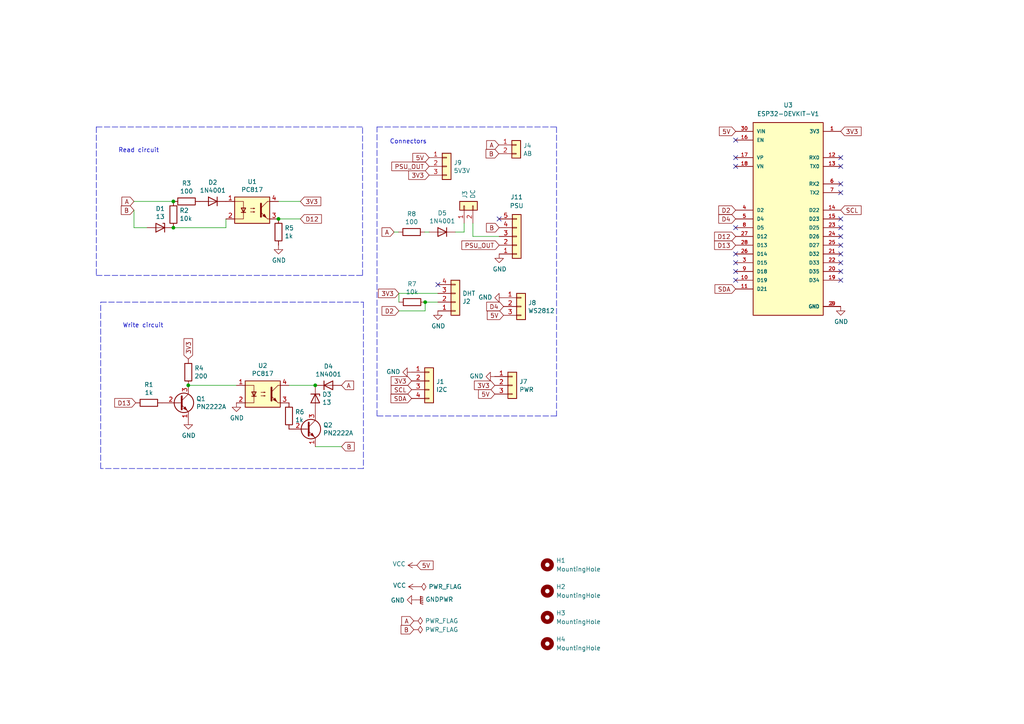
<source format=kicad_sch>
(kicad_sch (version 20211123) (generator eeschema)
  (paper "A4")
  (title_block (title "Toshiba AB Wifi Controller") (date "2021-03-16") (rev "2") (company "issalig") (comment 1 "github.com/issalig/toshiba_air_cond"))
  (lib_symbols
    (symbol "Connector_Generic:Conn_01x02" (pin_names (offset 1.016) hide)
      (property "Reference" "J" (at 0 2.54 0))
      (property "Value" "Conn_01x02" (at 0 -5.08 0))
      (symbol "Conn_01x02_1_1"
        (rectangle (start -1.27 -2.413) (end 0 -2.667) (stroke (width 0.1524)))
        (rectangle (start -1.27 0.127) (end 0 -0.127) (stroke (width 0.1524)))
        (rectangle (start -1.27 1.27) (end 1.27 -3.81) (stroke (width 0.254)) (fill (type background)))
        (pin passive line (at -5.08 0 0) (length 3.81) (name "Pin_1") (number "1"))
        (pin passive line (at -5.08 -2.54 0) (length 3.81) (name "Pin_2") (number "2"))
      )
    )
    (symbol "Connector_Generic:Conn_01x03" (pin_names (offset 1.016) hide)
      (property "Reference" "J" (at 0 5.08 0))
      (property "Value" "Conn_01x03" (at 0 -5.08 0))
      (symbol "Conn_01x03_1_1"
        (rectangle (start -1.27 -2.413) (end 0 -2.667) (stroke (width 0.1524)))
        (rectangle (start -1.27 0.127) (end 0 -0.127) (stroke (width 0.1524)))
        (rectangle (start -1.27 2.667) (end 0 2.413) (stroke (width 0.1524)))
        (rectangle (start -1.27 3.81) (end 1.27 -3.81) (stroke (width 0.254)) (fill (type background)))
        (pin passive line (at -5.08 2.54 0) (length 3.81) (name "Pin_1") (number "1"))
        (pin passive line (at -5.08 0 0) (length 3.81) (name "Pin_2") (number "2"))
        (pin passive line (at -5.08 -2.54 0) (length 3.81) (name "Pin_3") (number "3"))
      )
    )
    (symbol "Connector_Generic:Conn_01x04" (pin_names (offset 1.016) hide)
      (property "Reference" "J" (at 0 5.08 0))
      (property "Value" "Conn_01x04" (at 0 -7.62 0))
      (symbol "Conn_01x04_1_1"
        (rectangle (start -1.27 -4.953) (end 0 -5.207) (stroke (width 0.1524)))
        (rectangle (start -1.27 -2.413) (end 0 -2.667) (stroke (width 0.1524)))
        (rectangle (start -1.27 0.127) (end 0 -0.127) (stroke (width 0.1524)))
        (rectangle (start -1.27 2.667) (end 0 2.413) (stroke (width 0.1524)))
        (rectangle (start -1.27 3.81) (end 1.27 -6.35) (stroke (width 0.254)) (fill (type background)))
        (pin passive line (at -5.08 2.54 0) (length 3.81) (name "Pin_1") (number "1"))
        (pin passive line (at -5.08 0 0) (length 3.81) (name "Pin_2") (number "2"))
        (pin passive line (at -5.08 -2.54 0) (length 3.81) (name "Pin_3") (number "3"))
        (pin passive line (at -5.08 -5.08 0) (length 3.81) (name "Pin_4") (number "4"))
      )
    )
    (symbol "Connector_Generic:Conn_01x05" (pin_names (offset 1.016) hide)
      (property "Reference" "J" (at 0 7.62 0))
      (property "Value" "Conn_01x05" (at 0 -7.62 0))
      (symbol "Conn_01x05_1_1"
        (rectangle (start -1.27 -4.953) (end 0 -5.207) (stroke (width 0.1524)))
        (rectangle (start -1.27 -2.413) (end 0 -2.667) (stroke (width 0.1524)))
        (rectangle (start -1.27 0.127) (end 0 -0.127) (stroke (width 0.1524)))
        (rectangle (start -1.27 2.667) (end 0 2.413) (stroke (width 0.1524)))
        (rectangle (start -1.27 5.207) (end 0 4.953) (stroke (width 0.1524)))
        (rectangle (start -1.27 6.35) (end 1.27 -6.35) (stroke (width 0.254)) (fill (type background)))
        (pin passive line (at -5.08 5.08 0) (length 3.81) (name "Pin_1") (number "1"))
        (pin passive line (at -5.08 2.54 0) (length 3.81) (name "Pin_2") (number "2"))
        (pin passive line (at -5.08 0 0) (length 3.81) (name "Pin_3") (number "3"))
        (pin passive line (at -5.08 -2.54 0) (length 3.81) (name "Pin_4") (number "4"))
        (pin passive line (at -5.08 -5.08 0) (length 3.81) (name "Pin_5") (number "5"))
      )
    )
    (symbol "Device:D_Zener" (pin_numbers hide) (pin_names (offset 1.016) hide)
      (property "Reference" "D" (at 0 2.54 0))
      (property "Value" "D_Zener" (at 0 -2.54 0))
      (symbol "D_Zener_0_1"
        (polyline (pts (xy 1.27 0) (xy -1.27 0)))
        (polyline (pts (xy -1.27 -1.27) (xy -1.27 1.27) (xy -0.762 1.27)) (stroke (width 0.254)))
        (polyline (pts (xy 1.27 -1.27) (xy 1.27 1.27) (xy -1.27 0) (xy 1.27 -1.27)) (stroke (width 0.254)))
      )
      (symbol "D_Zener_1_1"
        (pin passive line (at -3.81 0 0) (length 2.54) (name "K") (number "1"))
        (pin passive line (at 3.81 0 180) (length 2.54) (name "A") (number "2"))
      )
    )
    (symbol "Device:R" (pin_numbers hide) (pin_names (offset 0))
      (property "Reference" "R" (at 2.032 0 90))
      (property "Value" "R" (at 0 0 90))
      (symbol "R_0_1"
        (rectangle (start -1.016 -2.54) (end 1.016 2.54) (stroke (width 0.254)))
      )
      (symbol "R_1_1"
        (pin passive line (at 0 3.81 270) (length 1.27) (name "~") (number "1"))
        (pin passive line (at 0 -3.81 90) (length 1.27) (name "~") (number "2"))
      )
    )
    (symbol "Diode:1N4001" (pin_numbers hide) (pin_names (offset 1.016) hide)
      (property "Reference" "D" (at 0 2.54 0))
      (property "Value" "1N4001" (at 0 -2.54 0))
      (symbol "1N4001_0_1"
        (polyline (pts (xy -1.27 1.27) (xy -1.27 -1.27)) (stroke (width 0.254)))
        (polyline (pts (xy 1.27 0) (xy -1.27 0)))
        (polyline (pts (xy 1.27 1.27) (xy 1.27 -1.27) (xy -1.27 0) (xy 1.27 1.27)) (stroke (width 0.254)))
      )
      (symbol "1N4001_1_1"
        (pin passive line (at -3.81 0 0) (length 2.54) (name "K") (number "1"))
        (pin passive line (at 3.81 0 180) (length 2.54) (name "A") (number "2"))
      )
    )
    (symbol "ESP32-DEVKIT-V1:ESP32-DEVKIT-V1" (pin_names (offset 1.016))
      (property "Reference" "U" (at -10.16 30.48 0))
      (property "Value" "ESP32-DEVKIT-V1" (at -10.16 -30.48 0))
      (symbol "ESP32-DEVKIT-V1_0_0"
        (rectangle (start -10.16 -27.94) (end 10.16 27.94) (stroke (width 0.254)) (fill (type background)))
        (pin output line (at 15.24 25.4 180) (length 5.08) (name "3V3") (number "1"))
        (pin bidirectional line (at -15.24 -17.78 0) (length 5.08) (name "D19") (number "10"))
        (pin bidirectional line (at -15.24 -20.32 0) (length 5.08) (name "D21") (number "11"))
        (pin input line (at 15.24 17.78 180) (length 5.08) (name "RX0") (number "12"))
        (pin output line (at 15.24 15.24 180) (length 5.08) (name "TX0") (number "13"))
        (pin bidirectional line (at 15.24 2.54 180) (length 5.08) (name "D22") (number "14"))
        (pin bidirectional line (at 15.24 0 180) (length 5.08) (name "D23") (number "15"))
        (pin input line (at -15.24 22.86 0) (length 5.08) (name "EN") (number "16"))
        (pin bidirectional line (at -15.24 17.78 0) (length 5.08) (name "VP") (number "17"))
        (pin bidirectional line (at -15.24 15.24 0) (length 5.08) (name "VN") (number "18"))
        (pin bidirectional line (at 15.24 -17.78 180) (length 5.08) (name "D34") (number "19"))
        (pin power_in line (at 15.24 -25.4 180) (length 5.08) (name "GND") (number "2"))
        (pin bidirectional line (at 15.24 -15.24 180) (length 5.08) (name "D35") (number "20"))
        (pin bidirectional line (at 15.24 -10.16 180) (length 5.08) (name "D32") (number "21"))
        (pin bidirectional line (at 15.24 -12.7 180) (length 5.08) (name "D33") (number "22"))
        (pin bidirectional line (at 15.24 -2.54 180) (length 5.08) (name "D25") (number "23"))
        (pin bidirectional line (at 15.24 -5.08 180) (length 5.08) (name "D26") (number "24"))
        (pin bidirectional line (at 15.24 -7.62 180) (length 5.08) (name "D27") (number "25"))
        (pin bidirectional line (at -15.24 -10.16 0) (length 5.08) (name "D14") (number "26"))
        (pin bidirectional line (at -15.24 -5.08 0) (length 5.08) (name "D12") (number "27"))
        (pin bidirectional line (at -15.24 -7.62 0) (length 5.08) (name "D13") (number "28"))
        (pin power_in line (at 15.24 -25.4 180) (length 5.08) (name "GND") (number "29"))
        (pin bidirectional line (at -15.24 -12.7 0) (length 5.08) (name "D15") (number "3"))
        (pin input line (at -15.24 25.4 0) (length 5.08) (name "VIN") (number "30"))
        (pin bidirectional line (at -15.24 2.54 0) (length 5.08) (name "D2") (number "4"))
        (pin bidirectional line (at -15.24 0 0) (length 5.08) (name "D4") (number "5"))
        (pin input line (at 15.24 10.16 180) (length 5.08) (name "RX2") (number "6"))
        (pin output line (at 15.24 7.62 180) (length 5.08) (name "TX2") (number "7"))
        (pin bidirectional line (at -15.24 -2.54 0) (length 5.08) (name "D5") (number "8"))
        (pin bidirectional line (at -15.24 -15.24 0) (length 5.08) (name "D18") (number "9"))
      )
    )
    (symbol "Isolator:PC817" (pin_names (offset 1.016))
      (property "Reference" "U" (at -5.08 5.08 0))
      (property "Value" "PC817" (at 0 5.08 0))
      (symbol "PC817_0_1"
        (rectangle (start -5.08 3.81) (end 5.08 -3.81) (stroke (width 0.254)) (fill (type background)))
        (polyline (pts (xy -3.175 -0.635) (xy -1.905 -0.635)) (stroke (width 0.254)))
        (polyline (pts (xy 2.54 0.635) (xy 4.445 2.54)))
        (polyline (pts (xy 4.445 -2.54) (xy 2.54 -0.635)) (fill (type outline)))
        (polyline (pts (xy 4.445 -2.54) (xy 5.08 -2.54)))
        (polyline (pts (xy 4.445 2.54) (xy 5.08 2.54)))
        (polyline (pts (xy -5.08 2.54) (xy -2.54 2.54) (xy -2.54 -0.635)))
        (polyline (pts (xy -2.54 -0.635) (xy -2.54 -2.54) (xy -5.08 -2.54)))
        (polyline (pts (xy 2.54 1.905) (xy 2.54 -1.905) (xy 2.54 -1.905)) (stroke (width 0.508)))
        (polyline (pts (xy -2.54 -0.635) (xy -3.175 0.635) (xy -1.905 0.635) (xy -2.54 -0.635)) (stroke (width 0.254)))
        (polyline (pts (xy -0.508 -0.508) (xy 0.762 -0.508) (xy 0.381 -0.635) (xy 0.381 -0.381) (xy 0.762 -0.508)))
        (polyline (pts (xy -0.508 0.508) (xy 0.762 0.508) (xy 0.381 0.381) (xy 0.381 0.635) (xy 0.762 0.508)))
        (polyline (pts (xy 3.048 -1.651) (xy 3.556 -1.143) (xy 4.064 -2.159) (xy 3.048 -1.651) (xy 3.048 -1.651)) (fill (type outline)))
      )
      (symbol "PC817_1_1"
        (pin passive line (at -7.62 2.54 0) (length 2.54) (name "~") (number "1"))
        (pin passive line (at -7.62 -2.54 0) (length 2.54) (name "~") (number "2"))
        (pin passive line (at 7.62 -2.54 180) (length 2.54) (name "~") (number "3"))
        (pin passive line (at 7.62 2.54 180) (length 2.54) (name "~") (number "4"))
      )
    )
    (symbol "Mechanical:MountingHole" (pin_names (offset 1.016))
      (property "Reference" "H" (at 0 5.08 0))
      (property "Value" "MountingHole" (at 0 3.175 0))
      (symbol "MountingHole_0_1"
        (circle (center 0 0) (radius 1.27) (stroke (width 1.27)))
      )
    )
    (symbol "Transistor_BJT:PN2222A" (pin_names (offset 0) hide)
      (property "Reference" "Q" (at 5.08 1.905 0))
      (property "Value" "PN2222A" (at 5.08 0 0))
      (symbol "PN2222A_0_1"
        (polyline (pts (xy 0 0) (xy 0.635 0)))
        (polyline (pts (xy 2.54 -2.54) (xy 0.635 -0.635)))
        (polyline (pts (xy 2.54 2.54) (xy 0.635 0.635)))
        (polyline (pts (xy 0.635 1.905) (xy 0.635 -1.905) (xy 0.635 -1.905)) (stroke (width 0.508)))
        (polyline (pts (xy 2.413 -2.413) (xy 1.905 -1.905) (xy 1.905 -1.905)))
        (polyline (pts (xy 1.143 -1.651) (xy 1.651 -1.143) (xy 2.159 -2.159) (xy 1.143 -1.651) (xy 1.143 -1.651)) (fill (type outline)))
        (circle (center 1.27 0) (radius 2.8194) (stroke (width 0.254)))
      )
      (symbol "PN2222A_1_1"
        (pin passive line (at 2.54 -5.08 90) (length 2.54) (name "E") (number "1"))
        (pin input line (at -5.08 0 0) (length 5.08) (name "B") (number "2"))
        (pin passive line (at 2.54 5.08 270) (length 2.54) (name "C") (number "3"))
      )
    )
    (symbol "power:GND" (power) (pin_names (offset 0))
      (property "Value" "GND" (at 0 -3.81 0))
      (symbol "GND_0_1"
        (polyline (pts (xy 0 0) (xy 0 -1.27) (xy 1.27 -1.27) (xy 0 -2.54) (xy -1.27 -1.27) (xy 0 -1.27)))
      )
      (symbol "GND_1_1"
        (pin power_in line (at 0 0 270) (length 0) hide (name "GND") (number "1"))
      )
    )
    (symbol "power:GNDPWR" (power) (pin_names (offset 0))
      (property "Value" "GNDPWR" (at 0 -3.302 0))
      (symbol "GNDPWR_0_1"
        (polyline (pts (xy 0 -1.27) (xy 0 0)))
        (polyline (pts (xy -1.016 -1.27) (xy -1.27 -2.032) (xy -1.27 -2.032)) (stroke (width 0.2032)))
        (polyline (pts (xy -0.508 -1.27) (xy -0.762 -2.032) (xy -0.762 -2.032)) (stroke (width 0.2032)))
        (polyline (pts (xy 0 -1.27) (xy -0.254 -2.032) (xy -0.254 -2.032)) (stroke (width 0.2032)))
        (polyline (pts (xy 0.508 -1.27) (xy 0.254 -2.032) (xy 0.254 -2.032)) (stroke (width 0.2032)))
        (polyline (pts (xy 1.016 -1.27) (xy -1.016 -1.27) (xy -1.016 -1.27)) (stroke (width 0.2032)))
        (polyline (pts (xy 1.016 -1.27) (xy 0.762 -2.032) (xy 0.762 -2.032) (xy 0.762 -2.032)) (stroke (width 0.2032)))
      )
      (symbol "GNDPWR_1_1"
        (pin power_in line (at 0 0 270) (length 0) hide (name "GNDPWR") (number "1"))
      )
    )
    (symbol "power:PWR_FLAG" (power) (pin_numbers hide) (pin_names (offset 0) hide)
      (property "Value" "PWR_FLAG" (at 0 3.81 0))
      (symbol "PWR_FLAG_0_0"
        (pin power_out line (at 0 0 90) (length 0) (name "pwr") (number "1"))
      )
      (symbol "PWR_FLAG_0_1"
        (polyline (pts (xy 0 0) (xy 0 1.27) (xy -1.016 1.905) (xy 0 2.54) (xy 1.016 1.905) (xy 0 1.27)))
      )
    )
    (symbol "power:VCC" (power) (pin_names (offset 0))
      (property "Value" "VCC" (at 0 3.81 0))
      (symbol "VCC_0_1"
        (polyline (pts (xy -0.762 1.27) (xy 0 2.54)))
        (polyline (pts (xy 0 0) (xy 0 2.54)))
        (polyline (pts (xy 0 2.54) (xy 0.762 1.27)))
      )
      (symbol "VCC_1_1"
        (pin power_in line (at 0 0 90) (length 0) hide (name "VCC") (number "1"))
      )
    )
  )
  (junction (at 50.292 66.04))
  (junction (at 123.317 87.63))
  (junction (at 80.772 63.5))
  (junction (at 91.44 111.76))
  (junction (at 54.61 111.76))
  (junction (at 50.292 58.42))
  (no_connect (at 243.84 48.26))
  (no_connect (at 213.36 48.26))
  (no_connect (at 213.36 40.64))
  (no_connect (at 213.36 45.72))
  (no_connect (at 144.78 63.5))
  (no_connect (at 127 82.55))
  (no_connect (at 213.36 76.2))
  (no_connect (at 213.36 73.66))
  (no_connect (at 213.36 66.04))
  (no_connect (at 243.84 45.72))
  (no_connect (at 243.84 53.34))
  (no_connect (at 243.84 55.88))
  (no_connect (at 243.84 71.12))
  (no_connect (at 243.84 68.58))
  (no_connect (at 243.84 66.04))
  (no_connect (at 243.84 63.5))
  (no_connect (at 243.84 81.28))
  (no_connect (at 243.84 73.66))
  (no_connect (at 243.84 78.74))
  (no_connect (at 243.84 76.2))
  (no_connect (at 213.36 81.28))
  (no_connect (at 213.36 78.74))
  (polyline (pts (xy 29.21 135.89) (xy 29.21 87.63)))
  (wire (pts (xy 65.532 66.04) (xy 50.292 66.04)))
  (wire (pts (xy 115.697 90.17) (xy 123.317 90.17)))
  (wire (pts (xy 123.317 90.17) (xy 123.317 87.63)))
  (polyline (pts (xy 29.21 87.63) (xy 105.41 87.63)))
  (wire (pts (xy 127 85.09) (xy 115.697 85.09)))
  (wire (pts (xy 123.19 67.31) (xy 124.46 67.31)))
  (polyline (pts (xy 27.94 36.83) (xy 105.156 36.83)))
  (polyline (pts (xy 105.41 135.89) (xy 29.21 135.89)))
  (wire (pts (xy 137.16 64.77) (xy 137.16 68.58)))
  (wire (pts (xy 114.3 67.31) (xy 115.57 67.31)))
  (polyline (pts (xy 109.347 36.83) (xy 161.417 36.83)))
  (wire (pts (xy 38.862 66.04) (xy 42.672 66.04)))
  (wire (pts (xy 134.62 67.31) (xy 134.62 64.77)))
  (wire (pts (xy 132.08 67.31) (xy 134.62 67.31)))
  (wire (pts (xy 54.61 111.76) (xy 68.58 111.76)))
  (wire (pts (xy 80.772 63.5) (xy 87.122 63.5)))
  (polyline (pts (xy 161.417 36.83) (xy 161.417 120.65)))
  (polyline (pts (xy 109.347 120.65) (xy 109.347 36.83)))
  (wire (pts (xy 50.292 58.42) (xy 38.862 58.42)))
  (polyline (pts (xy 105.156 79.883) (xy 105.156 36.703)))
  (wire (pts (xy 65.532 63.5) (xy 65.532 66.04)))
  (wire (pts (xy 87.122 58.42) (xy 80.772 58.42)))
  (polyline (pts (xy 27.94 79.883) (xy 105.156 79.883)))
  (polyline (pts (xy 105.41 87.63) (xy 105.41 135.89)))
  (wire (pts (xy 91.44 129.54) (xy 99.06 129.54)))
  (polyline (pts (xy 161.417 120.65) (xy 109.347 120.65)))
  (wire (pts (xy 115.697 85.09) (xy 115.697 87.63)))
  (wire (pts (xy 91.44 111.76) (xy 83.82 111.76)))
  (wire (pts (xy 137.16 68.58) (xy 144.78 68.58)))
  (wire (pts (xy 38.862 60.96) (xy 38.862 66.04)))
  (polyline (pts (xy 27.94 36.83) (xy 27.94 80.01)))
  (wire (pts (xy 123.317 87.63) (xy 127 87.63)))
  (text "Connectors" (at 113.03 41.91 0) (effects (font (size 1.27 1.27)) (justify left bottom)))
  (text "Write circuit" (at 35.56 95.25 0) (effects (font (size 1.27 1.27)) (justify left bottom)))
  (text "Read circuit" (at 34.29 44.45 0) (effects (font (size 1.27 1.27)) (justify left bottom)))
  (global_label "A" (shape input) (at 99.06 111.76 0) (property "Intersheet References" "${INTERSHEET_REFS}" (effects hide)))
  (global_label "D12" (shape input) (at 87.122 63.5 0) (property "Intersheet References" "${INTERSHEET_REFS}" (effects hide)))
  (global_label "5V" (shape input) (at 146.05 91.44 180) (property "Intersheet References" "${INTERSHEET_REFS}" (effects hide)))
  (global_label "B" (shape input) (at 120.015 182.626 180) (property "Intersheet References" "${INTERSHEET_REFS}" (effects hide)))
  (global_label "B" (shape input) (at 99.06 129.54 0) (property "Intersheet References" "${INTERSHEET_REFS}" (effects hide)))
  (global_label "D13" (shape input) (at 213.36 71.12 180) (property "Intersheet References" "${INTERSHEET_REFS}" (effects hide)))
  (global_label "3V3" (shape input) (at 124.46 50.8 180) (property "Intersheet References" "${INTERSHEET_REFS}" (effects hide)))
  (global_label "A" (shape input) (at 144.653 42.037 180) (property "Intersheet References" "${INTERSHEET_REFS}" (effects hide)))
  (global_label "3V3" (shape input) (at 143.51 111.76 180) (property "Intersheet References" "${INTERSHEET_REFS}" (effects hide)))
  (global_label "3V3" (shape input) (at 119.38 110.49 180) (property "Intersheet References" "${INTERSHEET_REFS}" (effects hide)))
  (global_label "SDA" (shape input) (at 119.38 115.57 180) (property "Intersheet References" "${INTERSHEET_REFS}" (effects hide)))
  (global_label "5V" (shape input) (at 213.36 38.1 180) (property "Intersheet References" "${INTERSHEET_REFS}" (effects hide)))
  (global_label "B" (shape input) (at 144.78 66.04 180) (property "Intersheet References" "${INTERSHEET_REFS}" (effects hide)))
  (global_label "SDA" (shape input) (at 213.36 83.82 180) (property "Intersheet References" "${INTERSHEET_REFS}" (effects hide)))
  (global_label "B" (shape input) (at 144.653 44.577 180) (property "Intersheet References" "${INTERSHEET_REFS}" (effects hide)))
  (global_label "B" (shape input) (at 38.862 60.96 180) (property "Intersheet References" "${INTERSHEET_REFS}" (effects hide)))
  (global_label "A" (shape input) (at 38.862 58.42 180) (property "Intersheet References" "${INTERSHEET_REFS}" (effects hide)))
  (global_label "A" (shape input) (at 120.015 180.086 180) (property "Intersheet References" "${INTERSHEET_REFS}" (effects hide)))
  (global_label "D2" (shape input) (at 115.697 90.17 180) (property "Intersheet References" "${INTERSHEET_REFS}" (effects hide)))
  (global_label "A" (shape input) (at 114.3 67.31 180) (property "Intersheet References" "${INTERSHEET_REFS}" (effects hide)))
  (global_label "3V3" (shape input) (at 54.61 104.14 90) (property "Intersheet References" "${INTERSHEET_REFS}" (effects hide)))
  (global_label "PSU_OUT" (shape input) (at 124.46 48.26 180) (property "Intersheet References" "${INTERSHEET_REFS}" (effects hide)))
  (global_label "3V3" (shape input) (at 243.84 38.1 0) (property "Intersheet References" "${INTERSHEET_REFS}" (effects hide)))
  (global_label "5V" (shape input) (at 124.46 45.72 180) (property "Intersheet References" "${INTERSHEET_REFS}" (effects hide)))
  (global_label "PSU_OUT" (shape input) (at 144.78 71.12 180) (property "Intersheet References" "${INTERSHEET_REFS}" (effects hide)))
  (global_label "D4" (shape input) (at 146.05 88.9 180) (property "Intersheet References" "${INTERSHEET_REFS}" (effects hide)))
  (global_label "3V3" (shape input) (at 87.122 58.42 0) (property "Intersheet References" "${INTERSHEET_REFS}" (effects hide)))
  (global_label "SCL" (shape input) (at 243.84 60.96 0) (property "Intersheet References" "${INTERSHEET_REFS}" (effects hide)))
  (global_label "5V" (shape input) (at 143.51 114.3 180) (property "Intersheet References" "${INTERSHEET_REFS}" (effects hide)))
  (global_label "3V3" (shape input) (at 115.697 85.09 180) (property "Intersheet References" "${INTERSHEET_REFS}" (effects hide)))
  (global_label "D2" (shape input) (at 213.36 60.96 180) (property "Intersheet References" "${INTERSHEET_REFS}" (effects hide)))
  (global_label "5V" (shape input) (at 120.904 163.957 0) (property "Intersheet References" "${INTERSHEET_REFS}" (effects hide)))
  (global_label "D4" (shape input) (at 213.36 63.5 180) (property "Intersheet References" "${INTERSHEET_REFS}" (effects hide)))
  (global_label "D12" (shape input) (at 213.36 68.58 180) (property "Intersheet References" "${INTERSHEET_REFS}" (effects hide)))
  (global_label "SCL" (shape input) (at 119.38 113.03 180) (property "Intersheet References" "${INTERSHEET_REFS}" (effects hide)))
  (global_label "D13" (shape input) (at 39.37 116.84 180) (property "Intersheet References" "${INTERSHEET_REFS}" (effects hide)))
  (symbol (lib_id "Device:R") (at 50.292 62.23 0) (unit 1)
    (property "Reference" "R2" (at 52.07 61.0616 0) (effects (justify left)))
    (property "Value" "10k" (at 52.07 63.373 0) (effects (justify left)))
    (property "Footprint" "Resistor_SMD:R_0805_2012Metric" (effects hide))
  )
  (symbol (lib_id "Device:R") (at 54.102 58.42 270) (unit 1)
    (property "Reference" "R3" (at 54.102 53.1622 90))
    (property "Value" "100" (at 54.102 55.4736 90))
    (property "Footprint" "Resistor_SMD:R_0805_2012Metric" (effects hide))
  )
  (symbol (lib_id "Diode:1N4001") (at 61.722 58.42 0) (mirror y) (unit 1)
    (property "Reference" "D2" (at 61.722 52.9082 0))
    (property "Value" "1N4001" (at 61.722 55.2196 0))
    (property "Footprint" "Diode_SMD:D_SMA" (effects hide))
    (property "Datasheet" "http://www.vishay.com/docs/88503/1n4001.pdf" (effects hide))
  )
  (symbol (lib_id "Isolator:PC817") (at 73.152 60.96 0) (unit 1)
    (property "Reference" "U1" (at 73.152 52.705 0))
    (property "Value" "PC817" (at 73.152 55.0164 0))
    (property "Footprint" "Package_DIP:DIP-4_W7.62mm" (effects hide))
    (property "Datasheet" "http://www.soselectronic.cz/a_info/resource/d/pc817.pdf" (effects hide))
  )
  (symbol (lib_id "Device:R") (at 80.772 67.31 0) (unit 1)
    (property "Reference" "R5" (at 82.55 66.1416 0) (effects (justify left)))
    (property "Value" "1k" (at 82.55 68.453 0) (effects (justify left)))
    (property "Footprint" "Resistor_SMD:R_0805_2012Metric" (effects hide))
  )
  (symbol (lib_id "Device:D_Zener") (at 46.482 66.04 0) (mirror y) (unit 1)
    (property "Reference" "D1" (at 46.482 60.5282 0))
    (property "Value" "13" (at 46.482 62.8396 0))
    (property "Footprint" "Diode_SMD:D_MiniMELF_Handsoldering" (effects hide))
  )
  (symbol (lib_id "power:GND") (at 80.772 71.12 0) (unit 1)
    (property "Reference" "#PWR03" (effects hide))
    (property "Value" "GND" (at 80.899 75.5142 0))
  )
  (symbol (lib_id "Device:R") (at 43.18 116.84 270) (unit 1)
    (property "Reference" "R1" (at 43.18 111.5822 90))
    (property "Value" "1k" (at 43.18 113.8936 90))
    (property "Footprint" "Resistor_SMD:R_0805_2012Metric" (effects hide))
  )
  (symbol (lib_id "Device:R") (at 83.82 120.65 180) (unit 1)
    (property "Reference" "R6" (at 85.598 119.4816 0) (effects (justify right)))
    (property "Value" "1k" (at 85.598 121.793 0) (effects (justify right)))
    (property "Footprint" "Resistor_SMD:R_0805_2012Metric" (effects hide))
  )
  (symbol (lib_id "Isolator:PC817") (at 76.2 114.3 0) (unit 1)
    (property "Reference" "U2" (at 76.2 106.045 0))
    (property "Value" "PC817" (at 76.2 108.3564 0))
    (property "Footprint" "Package_DIP:DIP-4_W7.62mm" (effects hide))
    (property "Datasheet" "http://www.soselectronic.cz/a_info/resource/d/pc817.pdf" (effects hide))
  )
  (symbol (lib_id "Device:D_Zener") (at 91.44 115.57 270) (unit 1)
    (property "Reference" "D3" (at 93.472 114.4016 90) (effects (justify left)))
    (property "Value" "13" (at 93.472 116.713 90) (effects (justify left)))
    (property "Footprint" "Diode_SMD:D_MiniMELF_Handsoldering" (effects hide))
  )
  (symbol (lib_id "Device:R") (at 54.61 107.95 180) (unit 1)
    (property "Reference" "R4" (at 56.388 106.7816 0) (effects (justify right)))
    (property "Value" "200" (at 56.388 109.093 0) (effects (justify right)))
    (property "Footprint" "Resistor_SMD:R_0805_2012Metric" (effects hide))
  )
  (symbol (lib_id "Transistor_BJT:PN2222A") (at 88.9 124.46 0) (unit 1)
    (property "Reference" "Q2" (at 93.726 123.2916 0) (effects (justify left)))
    (property "Value" "PN2222A" (at 93.726 125.603 0) (effects (justify left)))
    (property "Footprint" "Package_TO_SOT_SMD:TSOT-23_HandSoldering" (effects hide))
    (property "Datasheet" "http://www.fairchildsemi.com/ds/PN/PN2222A.pdf" (effects hide))
  )
  (symbol (lib_id "Diode:1N4001") (at 95.25 111.76 0) (unit 1)
    (property "Reference" "D4" (at 95.25 106.2482 0))
    (property "Value" "1N4001" (at 95.25 108.5596 0))
    (property "Footprint" "Diode_SMD:D_SMA" (effects hide))
    (property "Datasheet" "http://www.vishay.com/docs/88503/1n4001.pdf" (effects hide))
  )
  (symbol (lib_id "power:GND") (at 68.58 116.84 0) (unit 1)
    (property "Reference" "#PWR02" (effects hide))
    (property "Value" "GND" (at 68.707 121.2342 0))
  )
  (symbol (lib_id "Transistor_BJT:PN2222A") (at 52.07 116.84 0) (unit 1)
    (property "Reference" "Q1" (at 56.896 115.6716 0) (effects (justify left)))
    (property "Value" "PN2222A" (at 56.896 117.983 0) (effects (justify left)))
    (property "Footprint" "Package_TO_SOT_SMD:TSOT-23_HandSoldering" (effects hide))
    (property "Datasheet" "http://www.fairchildsemi.com/ds/PN/PN2222A.pdf" (effects hide))
  )
  (symbol (lib_id "Connector_Generic:Conn_01x03") (at 151.13 88.9 0) (unit 1)
    (property "Reference" "J8" (at 153.162 87.8332 0) (effects (justify left)))
    (property "Value" "WS2812" (at 153.162 90.1446 0) (effects (justify left)))
    (property "Footprint" "Connector_PinSocket_2.54mm:PinSocket_1x03_P2.54mm_Vertical" (effects hide))
  )
  (symbol (lib_id "power:GND") (at 146.05 86.36 270) (mirror x) (unit 1)
    (property "Reference" "#PWR08" (effects hide))
    (property "Value" "GND" (at 142.7988 86.233 90) (effects (justify right)))
  )
  (symbol (lib_id "Connector_Generic:Conn_01x02") (at 149.733 42.037 0) (unit 1)
    (property "Reference" "J4" (at 151.765 42.2402 0) (effects (justify left)))
    (property "Value" "AB" (at 151.765 44.5516 0) (effects (justify left)))
    (property "Footprint" "TerminalBlock_Phoenix:TerminalBlock_Phoenix_MPT-0,5-2-2.54_1x02_P2.54mm_Horizontal" (effects hide))
  )
  (symbol (lib_id "Connector_Generic:Conn_01x04") (at 132.08 87.63 0) (mirror x) (unit 1)
    (property "Reference" "J2" (at 134.112 87.4268 0) (effects (justify left)))
    (property "Value" "DHT" (at 134.112 85.1154 0) (effects (justify left)))
    (property "Footprint" "Connector_PinSocket_2.54mm:PinSocket_1x04_P2.54mm_Vertical" (effects hide))
  )
  (symbol (lib_id "power:GND") (at 127 90.17 0) (unit 1)
    (property "Reference" "#PWR05" (effects hide))
    (property "Value" "GND" (at 127.127 94.5642 0))
  )
  (symbol (lib_id "Device:R") (at 119.507 87.63 270) (unit 1)
    (property "Reference" "R7" (at 119.507 82.3722 90))
    (property "Value" "10k" (at 119.507 84.6836 90))
    (property "Footprint" "Resistor_SMD:R_0805_2012Metric" (effects hide))
  )
  (symbol (lib_id "Connector_Generic:Conn_01x04") (at 124.46 110.49 0) (unit 1)
    (property "Reference" "J1" (at 126.492 110.6932 0) (effects (justify left)))
    (property "Value" "I2C" (at 126.492 113.0046 0) (effects (justify left)))
    (property "Footprint" "Connector_PinSocket_2.54mm:PinSocket_1x04_P2.54mm_Vertical" (effects hide))
  )
  (symbol (lib_id "power:GND") (at 119.38 107.95 270) (mirror x) (unit 1)
    (property "Reference" "#PWR04" (effects hide))
    (property "Value" "GND" (at 116.1288 107.823 90) (effects (justify right)))
  )
  (symbol (lib_id "Connector_Generic:Conn_01x03") (at 148.59 111.76 0) (unit 1)
    (property "Reference" "J7" (at 150.622 110.6932 0) (effects (justify left)))
    (property "Value" "PWR" (at 150.622 113.0046 0) (effects (justify left)))
    (property "Footprint" "Connector_PinSocket_2.54mm:PinSocket_1x03_P2.54mm_Vertical" (effects hide))
  )
  (symbol (lib_id "power:GND") (at 143.51 109.22 270) (mirror x) (unit 1)
    (property "Reference" "#PWR07" (effects hide))
    (property "Value" "GND" (at 140.2588 109.093 90) (effects (justify right)))
  )
  (symbol (lib_id "power:GND") (at 54.61 121.92 0) (unit 1)
    (property "Reference" "#PWR01" (effects hide))
    (property "Value" "GND" (at 54.737 126.3142 0))
  )
  (symbol (lib_id "power:VCC") (at 120.904 163.957 90) (unit 1)
    (property "Reference" "#PWR010" (effects hide))
    (property "Value" "VCC" (at 117.6782 163.576 90) (effects (justify left)))
  )
  (symbol (lib_id "power:PWR_FLAG") (at 120.015 180.086 270) (unit 1)
    (property "Reference" "#FLG0102" (effects hide))
    (property "Value" "PWR_FLAG" (at 123.2662 180.086 90) (effects (justify left)))
  )
  (symbol (lib_id "power:PWR_FLAG") (at 120.015 182.626 270) (unit 1)
    (property "Reference" "#FLG0103" (effects hide))
    (property "Value" "PWR_FLAG" (at 123.2662 182.626 90) (effects (justify left)))
  )
  (symbol (lib_id "power:VCC") (at 121.031 170.18 90) (unit 1)
    (property "Reference" "#PWR0102" (effects hide))
    (property "Value" "VCC" (at 117.8052 169.799 90) (effects (justify left)))
  )
  (symbol (lib_id "power:GND") (at 120.65 173.99 270) (unit 1)
    (property "Reference" "#PWR0103" (effects hide))
    (property "Value" "GND" (at 117.3988 174.117 90) (effects (justify right)))
  )
  (symbol (lib_id "power:PWR_FLAG") (at 121.031 170.18 270) (unit 1)
    (property "Reference" "#FLG0101" (effects hide))
    (property "Value" "PWR_FLAG" (at 124.2822 170.18 90) (effects (justify left)))
  )
  (symbol (lib_id "power:GNDPWR") (at 120.65 173.99 90) (unit 1)
    (property "Reference" "#PWR0104" (effects hide))
    (property "Value" "GNDPWR" (at 123.3932 173.863 90) (effects (justify right)))
  )
  (symbol (lib_id "ESP32-DEVKIT-V1:ESP32-DEVKIT-V1") (at 228.6 63.5 0) (unit 1)
    (property "Reference" "U3" (at 228.6 30.48 0))
    (property "Value" "ESP32-DEVKIT-V1" (at 228.6 33.02 0))
    (property "Footprint" "airpcb_smd:MODULE_ESP32_DEVKIT_V1" (effects hide))
    (property "MAXIMUM_PACKAGE_HEIGHT" "6.8 mm" (effects hide))
    (property "MANUFACTURER" "DOIT" (effects hide))
    (property "PARTREV" "N/A" (effects hide))
    (property "STANDARD" "Manufacturer Recommendations" (effects hide))
  )
  (symbol (lib_id "Mechanical:MountingHole") (at 158.75 179.07 0) (unit 1)
    (property "Reference" "H3" (at 161.29 177.7999 0) (effects (justify left)))
    (property "Value" "MountingHole" (at 161.29 180.3399 0) (effects (justify left)))
    (property "Footprint" "MountingHole:MountingHole_2.2mm_M2_DIN965_Pad" (effects hide))
  )
  (symbol (lib_id "Device:R") (at 119.38 67.31 270) (unit 1)
    (property "Reference" "R8" (at 119.38 62.0522 90))
    (property "Value" "100" (at 119.38 64.3636 90))
    (property "Footprint" "Resistor_SMD:R_0805_2012Metric" (effects hide))
  )
  (symbol (lib_id "Mechanical:MountingHole") (at 158.75 171.45 0) (unit 1)
    (property "Reference" "H2" (at 161.29 170.1799 0) (effects (justify left)))
    (property "Value" "MountingHole" (at 161.29 172.7199 0) (effects (justify left)))
    (property "Footprint" "MountingHole:MountingHole_2.2mm_M2_DIN965_Pad" (effects hide))
  )
  (symbol (lib_id "Mechanical:MountingHole") (at 158.75 186.69 0) (unit 1)
    (property "Reference" "H4" (at 161.29 185.4199 0) (effects (justify left)))
    (property "Value" "MountingHole" (at 161.29 187.9599 0) (effects (justify left)))
    (property "Footprint" "MountingHole:MountingHole_2.2mm_M2_DIN965_Pad" (effects hide))
  )
  (symbol (lib_id "Mechanical:MountingHole") (at 158.75 163.83 0) (unit 1)
    (property "Reference" "H1" (at 161.29 162.5599 0) (effects (justify left)))
    (property "Value" "MountingHole" (at 161.29 165.0999 0) (effects (justify left)))
    (property "Footprint" "MountingHole:MountingHole_2.2mm_M2_DIN965_Pad" (effects hide))
  )
  (symbol (lib_id "Connector_Generic:Conn_01x03") (at 129.54 48.26 0) (unit 1)
    (property "Reference" "J9" (at 131.572 47.1932 0) (effects (justify left)))
    (property "Value" "5V3V" (at 131.572 49.5046 0) (effects (justify left)))
    (property "Footprint" "Connector_PinSocket_2.54mm:PinSocket_1x03_P2.54mm_Vertical" (effects hide))
  )
  (symbol (lib_id "Connector_Generic:Conn_01x05") (at 149.86 68.58 0) (mirror x) (unit 1)
    (property "Reference" "J11" (at 149.86 57.15 0))
    (property "Value" "PSU" (at 149.86 59.69 0))
    (property "Footprint" "Connector_PinSocket_2.54mm:PinSocket_1x05_P2.54mm_Vertical" (effects hide))
  )
  (symbol (lib_id "Connector_Generic:Conn_01x02") (at 134.62 59.69 90) (unit 1)
    (property "Reference" "J3" (at 134.8232 57.658 0) (effects (justify left)))
    (property "Value" "DC" (at 137.1346 57.658 0) (effects (justify left)))
    (property "Footprint" "Connector_PinSocket_2.54mm:PinSocket_1x02_P2.54mm_Vertical" (effects hide))
  )
  (symbol (lib_id "Diode:1N4001") (at 128.27 67.31 0) (mirror y) (unit 1)
    (property "Reference" "D5" (at 128.27 61.7982 0))
    (property "Value" "1N4001" (at 128.27 64.1096 0))
    (property "Footprint" "Diode_SMD:D_SMA" (effects hide))
    (property "Datasheet" "http://www.vishay.com/docs/88503/1n4001.pdf" (effects hide))
  )
  (symbol (lib_id "power:GND") (at 144.78 73.66 0) (unit 1)
    (property "Reference" "#PWR0101" (effects hide))
    (property "Value" "GND" (at 144.907 78.0542 0))
  )
  (symbol (lib_id "power:GND") (at 243.84 88.9 0) (unit 1)
    (property "Reference" "#PWR09" (effects hide))
    (property "Value" "GND" (at 243.967 93.2942 0))
  )
)
</source>
